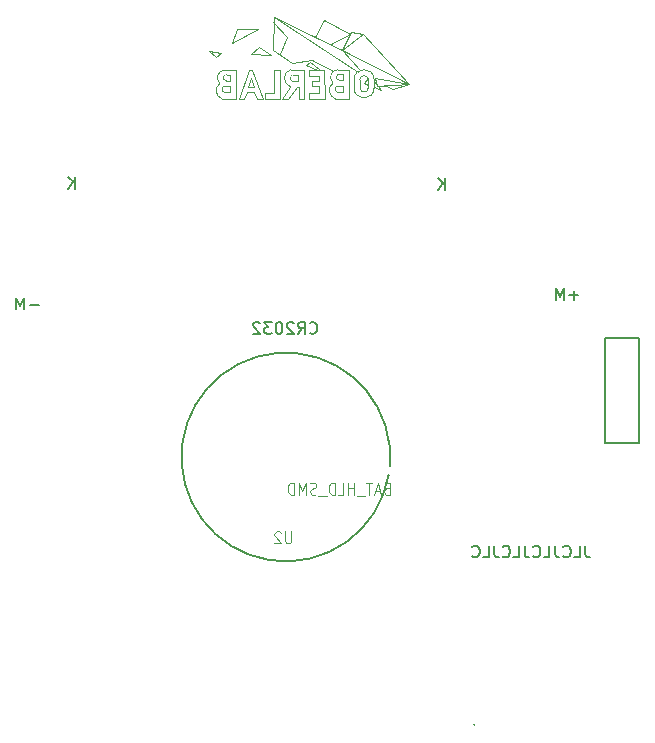
<source format=gbr>
%TF.GenerationSoftware,KiCad,Pcbnew,7.0.8*%
%TF.CreationDate,2024-07-01T13:11:13+02:00*%
%TF.ProjectId,PaperBot,50617065-7242-46f7-942e-6b696361645f,rev?*%
%TF.SameCoordinates,Original*%
%TF.FileFunction,Legend,Bot*%
%TF.FilePolarity,Positive*%
%FSLAX46Y46*%
G04 Gerber Fmt 4.6, Leading zero omitted, Abs format (unit mm)*
G04 Created by KiCad (PCBNEW 7.0.8) date 2024-07-01 13:11:13*
%MOMM*%
%LPD*%
G01*
G04 APERTURE LIST*
%ADD10C,0.150000*%
%ADD11C,0.050000*%
%ADD12C,0.120000*%
%ADD13C,0.010000*%
G04 APERTURE END LIST*
D10*
X136199999Y-83900000D02*
G75*
G03*
X136101831Y-84635617I-8799999J800000D01*
G01*
X154400000Y-73000000D02*
X157300000Y-73000000D01*
X157300000Y-81900000D01*
X154400000Y-81900000D01*
X154400000Y-73000000D01*
X140863220Y-60469819D02*
X140863220Y-59469819D01*
X140291792Y-60469819D02*
X140720363Y-59898390D01*
X140291792Y-59469819D02*
X140863220Y-60041247D01*
X152757506Y-90599819D02*
X152757506Y-91314104D01*
X152757506Y-91314104D02*
X152805125Y-91456961D01*
X152805125Y-91456961D02*
X152900363Y-91552200D01*
X152900363Y-91552200D02*
X153043220Y-91599819D01*
X153043220Y-91599819D02*
X153138458Y-91599819D01*
X151805125Y-91599819D02*
X152281315Y-91599819D01*
X152281315Y-91599819D02*
X152281315Y-90599819D01*
X150900363Y-91504580D02*
X150947982Y-91552200D01*
X150947982Y-91552200D02*
X151090839Y-91599819D01*
X151090839Y-91599819D02*
X151186077Y-91599819D01*
X151186077Y-91599819D02*
X151328934Y-91552200D01*
X151328934Y-91552200D02*
X151424172Y-91456961D01*
X151424172Y-91456961D02*
X151471791Y-91361723D01*
X151471791Y-91361723D02*
X151519410Y-91171247D01*
X151519410Y-91171247D02*
X151519410Y-91028390D01*
X151519410Y-91028390D02*
X151471791Y-90837914D01*
X151471791Y-90837914D02*
X151424172Y-90742676D01*
X151424172Y-90742676D02*
X151328934Y-90647438D01*
X151328934Y-90647438D02*
X151186077Y-90599819D01*
X151186077Y-90599819D02*
X151090839Y-90599819D01*
X151090839Y-90599819D02*
X150947982Y-90647438D01*
X150947982Y-90647438D02*
X150900363Y-90695057D01*
X150186077Y-90599819D02*
X150186077Y-91314104D01*
X150186077Y-91314104D02*
X150233696Y-91456961D01*
X150233696Y-91456961D02*
X150328934Y-91552200D01*
X150328934Y-91552200D02*
X150471791Y-91599819D01*
X150471791Y-91599819D02*
X150567029Y-91599819D01*
X149233696Y-91599819D02*
X149709886Y-91599819D01*
X149709886Y-91599819D02*
X149709886Y-90599819D01*
X148328934Y-91504580D02*
X148376553Y-91552200D01*
X148376553Y-91552200D02*
X148519410Y-91599819D01*
X148519410Y-91599819D02*
X148614648Y-91599819D01*
X148614648Y-91599819D02*
X148757505Y-91552200D01*
X148757505Y-91552200D02*
X148852743Y-91456961D01*
X148852743Y-91456961D02*
X148900362Y-91361723D01*
X148900362Y-91361723D02*
X148947981Y-91171247D01*
X148947981Y-91171247D02*
X148947981Y-91028390D01*
X148947981Y-91028390D02*
X148900362Y-90837914D01*
X148900362Y-90837914D02*
X148852743Y-90742676D01*
X148852743Y-90742676D02*
X148757505Y-90647438D01*
X148757505Y-90647438D02*
X148614648Y-90599819D01*
X148614648Y-90599819D02*
X148519410Y-90599819D01*
X148519410Y-90599819D02*
X148376553Y-90647438D01*
X148376553Y-90647438D02*
X148328934Y-90695057D01*
X147614648Y-90599819D02*
X147614648Y-91314104D01*
X147614648Y-91314104D02*
X147662267Y-91456961D01*
X147662267Y-91456961D02*
X147757505Y-91552200D01*
X147757505Y-91552200D02*
X147900362Y-91599819D01*
X147900362Y-91599819D02*
X147995600Y-91599819D01*
X146662267Y-91599819D02*
X147138457Y-91599819D01*
X147138457Y-91599819D02*
X147138457Y-90599819D01*
X145757505Y-91504580D02*
X145805124Y-91552200D01*
X145805124Y-91552200D02*
X145947981Y-91599819D01*
X145947981Y-91599819D02*
X146043219Y-91599819D01*
X146043219Y-91599819D02*
X146186076Y-91552200D01*
X146186076Y-91552200D02*
X146281314Y-91456961D01*
X146281314Y-91456961D02*
X146328933Y-91361723D01*
X146328933Y-91361723D02*
X146376552Y-91171247D01*
X146376552Y-91171247D02*
X146376552Y-91028390D01*
X146376552Y-91028390D02*
X146328933Y-90837914D01*
X146328933Y-90837914D02*
X146281314Y-90742676D01*
X146281314Y-90742676D02*
X146186076Y-90647438D01*
X146186076Y-90647438D02*
X146043219Y-90599819D01*
X146043219Y-90599819D02*
X145947981Y-90599819D01*
X145947981Y-90599819D02*
X145805124Y-90647438D01*
X145805124Y-90647438D02*
X145757505Y-90695057D01*
X145043219Y-90599819D02*
X145043219Y-91314104D01*
X145043219Y-91314104D02*
X145090838Y-91456961D01*
X145090838Y-91456961D02*
X145186076Y-91552200D01*
X145186076Y-91552200D02*
X145328933Y-91599819D01*
X145328933Y-91599819D02*
X145424171Y-91599819D01*
X144090838Y-91599819D02*
X144567028Y-91599819D01*
X144567028Y-91599819D02*
X144567028Y-90599819D01*
X143186076Y-91504580D02*
X143233695Y-91552200D01*
X143233695Y-91552200D02*
X143376552Y-91599819D01*
X143376552Y-91599819D02*
X143471790Y-91599819D01*
X143471790Y-91599819D02*
X143614647Y-91552200D01*
X143614647Y-91552200D02*
X143709885Y-91456961D01*
X143709885Y-91456961D02*
X143757504Y-91361723D01*
X143757504Y-91361723D02*
X143805123Y-91171247D01*
X143805123Y-91171247D02*
X143805123Y-91028390D01*
X143805123Y-91028390D02*
X143757504Y-90837914D01*
X143757504Y-90837914D02*
X143709885Y-90742676D01*
X143709885Y-90742676D02*
X143614647Y-90647438D01*
X143614647Y-90647438D02*
X143471790Y-90599819D01*
X143471790Y-90599819D02*
X143376552Y-90599819D01*
X143376552Y-90599819D02*
X143233695Y-90647438D01*
X143233695Y-90647438D02*
X143186076Y-90695057D01*
X129441792Y-72574580D02*
X129489411Y-72622200D01*
X129489411Y-72622200D02*
X129632268Y-72669819D01*
X129632268Y-72669819D02*
X129727506Y-72669819D01*
X129727506Y-72669819D02*
X129870363Y-72622200D01*
X129870363Y-72622200D02*
X129965601Y-72526961D01*
X129965601Y-72526961D02*
X130013220Y-72431723D01*
X130013220Y-72431723D02*
X130060839Y-72241247D01*
X130060839Y-72241247D02*
X130060839Y-72098390D01*
X130060839Y-72098390D02*
X130013220Y-71907914D01*
X130013220Y-71907914D02*
X129965601Y-71812676D01*
X129965601Y-71812676D02*
X129870363Y-71717438D01*
X129870363Y-71717438D02*
X129727506Y-71669819D01*
X129727506Y-71669819D02*
X129632268Y-71669819D01*
X129632268Y-71669819D02*
X129489411Y-71717438D01*
X129489411Y-71717438D02*
X129441792Y-71765057D01*
X128441792Y-72669819D02*
X128775125Y-72193628D01*
X129013220Y-72669819D02*
X129013220Y-71669819D01*
X129013220Y-71669819D02*
X128632268Y-71669819D01*
X128632268Y-71669819D02*
X128537030Y-71717438D01*
X128537030Y-71717438D02*
X128489411Y-71765057D01*
X128489411Y-71765057D02*
X128441792Y-71860295D01*
X128441792Y-71860295D02*
X128441792Y-72003152D01*
X128441792Y-72003152D02*
X128489411Y-72098390D01*
X128489411Y-72098390D02*
X128537030Y-72146009D01*
X128537030Y-72146009D02*
X128632268Y-72193628D01*
X128632268Y-72193628D02*
X129013220Y-72193628D01*
X128060839Y-71765057D02*
X128013220Y-71717438D01*
X128013220Y-71717438D02*
X127917982Y-71669819D01*
X127917982Y-71669819D02*
X127679887Y-71669819D01*
X127679887Y-71669819D02*
X127584649Y-71717438D01*
X127584649Y-71717438D02*
X127537030Y-71765057D01*
X127537030Y-71765057D02*
X127489411Y-71860295D01*
X127489411Y-71860295D02*
X127489411Y-71955533D01*
X127489411Y-71955533D02*
X127537030Y-72098390D01*
X127537030Y-72098390D02*
X128108458Y-72669819D01*
X128108458Y-72669819D02*
X127489411Y-72669819D01*
X126870363Y-71669819D02*
X126775125Y-71669819D01*
X126775125Y-71669819D02*
X126679887Y-71717438D01*
X126679887Y-71717438D02*
X126632268Y-71765057D01*
X126632268Y-71765057D02*
X126584649Y-71860295D01*
X126584649Y-71860295D02*
X126537030Y-72050771D01*
X126537030Y-72050771D02*
X126537030Y-72288866D01*
X126537030Y-72288866D02*
X126584649Y-72479342D01*
X126584649Y-72479342D02*
X126632268Y-72574580D01*
X126632268Y-72574580D02*
X126679887Y-72622200D01*
X126679887Y-72622200D02*
X126775125Y-72669819D01*
X126775125Y-72669819D02*
X126870363Y-72669819D01*
X126870363Y-72669819D02*
X126965601Y-72622200D01*
X126965601Y-72622200D02*
X127013220Y-72574580D01*
X127013220Y-72574580D02*
X127060839Y-72479342D01*
X127060839Y-72479342D02*
X127108458Y-72288866D01*
X127108458Y-72288866D02*
X127108458Y-72050771D01*
X127108458Y-72050771D02*
X127060839Y-71860295D01*
X127060839Y-71860295D02*
X127013220Y-71765057D01*
X127013220Y-71765057D02*
X126965601Y-71717438D01*
X126965601Y-71717438D02*
X126870363Y-71669819D01*
X126203696Y-71669819D02*
X125584649Y-71669819D01*
X125584649Y-71669819D02*
X125917982Y-72050771D01*
X125917982Y-72050771D02*
X125775125Y-72050771D01*
X125775125Y-72050771D02*
X125679887Y-72098390D01*
X125679887Y-72098390D02*
X125632268Y-72146009D01*
X125632268Y-72146009D02*
X125584649Y-72241247D01*
X125584649Y-72241247D02*
X125584649Y-72479342D01*
X125584649Y-72479342D02*
X125632268Y-72574580D01*
X125632268Y-72574580D02*
X125679887Y-72622200D01*
X125679887Y-72622200D02*
X125775125Y-72669819D01*
X125775125Y-72669819D02*
X126060839Y-72669819D01*
X126060839Y-72669819D02*
X126156077Y-72622200D01*
X126156077Y-72622200D02*
X126203696Y-72574580D01*
X125203696Y-71765057D02*
X125156077Y-71717438D01*
X125156077Y-71717438D02*
X125060839Y-71669819D01*
X125060839Y-71669819D02*
X124822744Y-71669819D01*
X124822744Y-71669819D02*
X124727506Y-71717438D01*
X124727506Y-71717438D02*
X124679887Y-71765057D01*
X124679887Y-71765057D02*
X124632268Y-71860295D01*
X124632268Y-71860295D02*
X124632268Y-71955533D01*
X124632268Y-71955533D02*
X124679887Y-72098390D01*
X124679887Y-72098390D02*
X125251315Y-72669819D01*
X125251315Y-72669819D02*
X124632268Y-72669819D01*
X109563220Y-60369819D02*
X109563220Y-59369819D01*
X108991792Y-60369819D02*
X109420363Y-59798390D01*
X108991792Y-59369819D02*
X109563220Y-59941247D01*
X150247619Y-69804819D02*
X150247619Y-68804819D01*
X150247619Y-68804819D02*
X150580952Y-69519104D01*
X150580952Y-69519104D02*
X150914285Y-68804819D01*
X150914285Y-68804819D02*
X150914285Y-69804819D01*
X151390476Y-69423866D02*
X152152381Y-69423866D01*
X151771428Y-69804819D02*
X151771428Y-69042914D01*
X104597619Y-70604819D02*
X104597619Y-69604819D01*
X104597619Y-69604819D02*
X104930952Y-70319104D01*
X104930952Y-70319104D02*
X105264285Y-69604819D01*
X105264285Y-69604819D02*
X105264285Y-70604819D01*
X105740476Y-70223866D02*
X106502381Y-70223866D01*
D11*
X127855714Y-89400019D02*
X127855714Y-90209542D01*
X127855714Y-90209542D02*
X127812857Y-90304780D01*
X127812857Y-90304780D02*
X127770000Y-90352400D01*
X127770000Y-90352400D02*
X127684285Y-90400019D01*
X127684285Y-90400019D02*
X127512857Y-90400019D01*
X127512857Y-90400019D02*
X127427142Y-90352400D01*
X127427142Y-90352400D02*
X127384285Y-90304780D01*
X127384285Y-90304780D02*
X127341428Y-90209542D01*
X127341428Y-90209542D02*
X127341428Y-89400019D01*
X126955714Y-89495257D02*
X126912857Y-89447638D01*
X126912857Y-89447638D02*
X126827143Y-89400019D01*
X126827143Y-89400019D02*
X126612857Y-89400019D01*
X126612857Y-89400019D02*
X126527143Y-89447638D01*
X126527143Y-89447638D02*
X126484285Y-89495257D01*
X126484285Y-89495257D02*
X126441428Y-89590495D01*
X126441428Y-89590495D02*
X126441428Y-89685733D01*
X126441428Y-89685733D02*
X126484285Y-89828590D01*
X126484285Y-89828590D02*
X126998571Y-90400019D01*
X126998571Y-90400019D02*
X126441428Y-90400019D01*
X135948570Y-85756209D02*
X135819998Y-85803828D01*
X135819998Y-85803828D02*
X135777141Y-85851447D01*
X135777141Y-85851447D02*
X135734284Y-85946685D01*
X135734284Y-85946685D02*
X135734284Y-86089542D01*
X135734284Y-86089542D02*
X135777141Y-86184780D01*
X135777141Y-86184780D02*
X135819998Y-86232400D01*
X135819998Y-86232400D02*
X135905713Y-86280019D01*
X135905713Y-86280019D02*
X136248570Y-86280019D01*
X136248570Y-86280019D02*
X136248570Y-85280019D01*
X136248570Y-85280019D02*
X135948570Y-85280019D01*
X135948570Y-85280019D02*
X135862856Y-85327638D01*
X135862856Y-85327638D02*
X135819998Y-85375257D01*
X135819998Y-85375257D02*
X135777141Y-85470495D01*
X135777141Y-85470495D02*
X135777141Y-85565733D01*
X135777141Y-85565733D02*
X135819998Y-85660971D01*
X135819998Y-85660971D02*
X135862856Y-85708590D01*
X135862856Y-85708590D02*
X135948570Y-85756209D01*
X135948570Y-85756209D02*
X136248570Y-85756209D01*
X135391427Y-85994304D02*
X134962856Y-85994304D01*
X135477141Y-86280019D02*
X135177141Y-85280019D01*
X135177141Y-85280019D02*
X134877141Y-86280019D01*
X134705712Y-85280019D02*
X134191427Y-85280019D01*
X134448569Y-86280019D02*
X134448569Y-85280019D01*
X134105713Y-86375257D02*
X133419998Y-86375257D01*
X133205713Y-86280019D02*
X133205713Y-85280019D01*
X133205713Y-85756209D02*
X132691427Y-85756209D01*
X132691427Y-86280019D02*
X132691427Y-85280019D01*
X131834284Y-86280019D02*
X132262856Y-86280019D01*
X132262856Y-86280019D02*
X132262856Y-85280019D01*
X131534285Y-86280019D02*
X131534285Y-85280019D01*
X131534285Y-85280019D02*
X131319999Y-85280019D01*
X131319999Y-85280019D02*
X131191428Y-85327638D01*
X131191428Y-85327638D02*
X131105713Y-85422876D01*
X131105713Y-85422876D02*
X131062856Y-85518114D01*
X131062856Y-85518114D02*
X131019999Y-85708590D01*
X131019999Y-85708590D02*
X131019999Y-85851447D01*
X131019999Y-85851447D02*
X131062856Y-86041923D01*
X131062856Y-86041923D02*
X131105713Y-86137161D01*
X131105713Y-86137161D02*
X131191428Y-86232400D01*
X131191428Y-86232400D02*
X131319999Y-86280019D01*
X131319999Y-86280019D02*
X131534285Y-86280019D01*
X130848571Y-86375257D02*
X130162856Y-86375257D01*
X129991428Y-86232400D02*
X129862857Y-86280019D01*
X129862857Y-86280019D02*
X129648571Y-86280019D01*
X129648571Y-86280019D02*
X129562857Y-86232400D01*
X129562857Y-86232400D02*
X129519999Y-86184780D01*
X129519999Y-86184780D02*
X129477142Y-86089542D01*
X129477142Y-86089542D02*
X129477142Y-85994304D01*
X129477142Y-85994304D02*
X129519999Y-85899066D01*
X129519999Y-85899066D02*
X129562857Y-85851447D01*
X129562857Y-85851447D02*
X129648571Y-85803828D01*
X129648571Y-85803828D02*
X129819999Y-85756209D01*
X129819999Y-85756209D02*
X129905714Y-85708590D01*
X129905714Y-85708590D02*
X129948571Y-85660971D01*
X129948571Y-85660971D02*
X129991428Y-85565733D01*
X129991428Y-85565733D02*
X129991428Y-85470495D01*
X129991428Y-85470495D02*
X129948571Y-85375257D01*
X129948571Y-85375257D02*
X129905714Y-85327638D01*
X129905714Y-85327638D02*
X129819999Y-85280019D01*
X129819999Y-85280019D02*
X129605714Y-85280019D01*
X129605714Y-85280019D02*
X129477142Y-85327638D01*
X129091428Y-86280019D02*
X129091428Y-85280019D01*
X129091428Y-85280019D02*
X128791428Y-85994304D01*
X128791428Y-85994304D02*
X128491428Y-85280019D01*
X128491428Y-85280019D02*
X128491428Y-86280019D01*
X128062857Y-86280019D02*
X128062857Y-85280019D01*
X128062857Y-85280019D02*
X127848571Y-85280019D01*
X127848571Y-85280019D02*
X127720000Y-85327638D01*
X127720000Y-85327638D02*
X127634285Y-85422876D01*
X127634285Y-85422876D02*
X127591428Y-85518114D01*
X127591428Y-85518114D02*
X127548571Y-85708590D01*
X127548571Y-85708590D02*
X127548571Y-85851447D01*
X127548571Y-85851447D02*
X127591428Y-86041923D01*
X127591428Y-86041923D02*
X127634285Y-86137161D01*
X127634285Y-86137161D02*
X127720000Y-86232400D01*
X127720000Y-86232400D02*
X127848571Y-86280019D01*
X127848571Y-86280019D02*
X128062857Y-86280019D01*
%TO.C,G\u002A\u002A\u002A*%
X120925000Y-48750000D02*
X121500000Y-49225000D01*
X121500000Y-49225000D02*
X121925000Y-48900000D01*
X121925000Y-48900000D02*
X120925000Y-48750000D01*
D12*
X122250000Y-50338605D02*
X123150000Y-50325000D01*
X122649999Y-51720050D02*
X122249999Y-51720050D01*
X122650000Y-50725000D02*
X122400000Y-50725000D01*
X122650000Y-50775000D02*
X122650000Y-51225000D01*
X122650000Y-51225000D02*
X122350000Y-51225000D01*
X122650000Y-51725000D02*
X122650000Y-52225000D01*
X122650000Y-52225000D02*
X122200000Y-52225000D01*
D11*
X122875000Y-48025000D02*
X123225000Y-46850000D01*
D12*
X123150000Y-50325000D02*
X123200000Y-52775000D01*
X123200000Y-52775000D02*
X122000000Y-52775000D01*
D11*
X123225000Y-46850000D02*
X125025000Y-46900000D01*
D12*
X123475000Y-52775000D02*
X124250000Y-50325000D01*
X123875000Y-52775000D02*
X123475000Y-52775000D01*
X124125000Y-52175000D02*
X123875000Y-52775000D01*
X124200000Y-51775000D02*
X124425000Y-51025000D01*
X124250000Y-50325000D02*
X124575000Y-50325000D01*
X124425000Y-51025000D02*
X124700000Y-51775000D01*
D11*
X124450000Y-48950000D02*
X126125000Y-49050000D01*
D12*
X124575000Y-50325000D02*
X125475000Y-52775000D01*
X124700000Y-51775000D02*
X124200000Y-51775000D01*
X124725000Y-52175000D02*
X124125000Y-52175000D01*
X124975000Y-52775000D02*
X124725000Y-52175000D01*
X124975000Y-52775000D02*
X125475000Y-52775000D01*
D11*
X125025000Y-46900000D02*
X122875000Y-48025000D01*
X125150000Y-48375000D02*
X124450000Y-48950000D01*
D12*
X125650000Y-52300000D02*
X125650000Y-52750000D01*
X125650000Y-52750000D02*
X126900000Y-52750000D01*
D11*
X126150000Y-49050000D02*
X125150000Y-48375000D01*
X126300000Y-48600000D02*
X127925000Y-49725000D01*
X126350000Y-46275000D02*
X127475000Y-47500000D01*
X126375000Y-45875000D02*
X126300000Y-48600000D01*
D12*
X126400000Y-52300000D02*
X125650000Y-52300000D01*
X126425000Y-50300000D02*
X126400000Y-52300000D01*
X126875000Y-50300000D02*
X126425000Y-50300000D01*
X126900000Y-52750000D02*
X126875000Y-50300000D01*
X127075000Y-52750000D02*
X127775000Y-51800000D01*
X127175000Y-52750000D02*
X127075000Y-52750000D01*
D11*
X127475000Y-47500000D02*
X126900000Y-49000000D01*
D12*
X127575000Y-52750000D02*
X127175000Y-52750000D01*
X127816269Y-50294594D02*
X128925000Y-50300000D01*
D11*
X127925000Y-49725000D02*
X129600000Y-49500000D01*
D12*
X127975000Y-50750000D02*
X128425000Y-50750000D01*
X128325000Y-51800000D02*
X127575000Y-52750000D01*
X128425000Y-50750000D02*
X128425000Y-51300000D01*
X128425000Y-51300000D02*
X127925000Y-51300000D01*
X128475000Y-51800000D02*
X128325000Y-51800000D01*
X128475000Y-52750000D02*
X128475000Y-51800000D01*
X128925000Y-50300000D02*
X128925000Y-52750000D01*
X128925000Y-52750000D02*
X128475000Y-52750000D01*
D11*
X129075000Y-49950000D02*
X130050000Y-50300000D01*
D12*
X129375000Y-50300000D02*
X130675000Y-50300000D01*
X129375000Y-50800000D02*
X129375000Y-50300000D01*
X129375000Y-52250000D02*
X130225000Y-52250000D01*
X129375000Y-52750000D02*
X129375000Y-52250000D01*
D11*
X129475000Y-49675000D02*
X129075000Y-49950000D01*
D12*
X129575000Y-51250000D02*
X130225000Y-51250000D01*
X129575000Y-51700000D02*
X129575000Y-51250000D01*
D11*
X129600000Y-49500000D02*
X131425000Y-50400000D01*
X129850000Y-47500000D02*
X126375000Y-45875000D01*
X129850000Y-47500000D02*
X132175000Y-48650000D01*
D12*
X130225000Y-50800000D02*
X129375000Y-50800000D01*
X130225000Y-51250000D02*
X130225000Y-50800000D01*
X130225000Y-51700000D02*
X129575000Y-51700000D01*
X130225000Y-52250000D02*
X130225000Y-51700000D01*
D11*
X130250000Y-50275000D02*
X129475000Y-49675000D01*
X130600000Y-46075000D02*
X129850000Y-47500000D01*
X130600000Y-46075000D02*
X132800000Y-47250000D01*
D12*
X130625000Y-52750000D02*
X129375000Y-52750000D01*
X130675000Y-50300000D02*
X130725000Y-52750000D01*
X130725000Y-52750000D02*
X130625000Y-52750000D01*
X131825000Y-50313605D02*
X132725000Y-50300000D01*
D11*
X132175000Y-48650000D02*
X133650000Y-50375000D01*
X132175000Y-48650000D02*
X137825000Y-51500000D01*
D12*
X132224999Y-51695050D02*
X131824999Y-51695050D01*
X132225000Y-50700000D02*
X131975000Y-50700000D01*
X132225000Y-50750000D02*
X132225000Y-51200000D01*
X132225000Y-51200000D02*
X131925000Y-51200000D01*
X132225000Y-51700000D02*
X132225000Y-52200000D01*
X132225000Y-52200000D02*
X131775000Y-52200000D01*
X132725000Y-50300000D02*
X132775000Y-52750000D01*
X132775000Y-52750000D02*
X131575000Y-52750000D01*
D11*
X132800000Y-47250000D02*
X131225000Y-48150000D01*
X132900000Y-47075000D02*
X132175000Y-48650000D01*
D12*
X133175000Y-51150000D02*
X133175000Y-51850000D01*
D11*
X133475000Y-50475000D02*
X126375000Y-45875000D01*
D12*
X133675000Y-51150000D02*
X133675000Y-51800000D01*
D11*
X133925000Y-47325000D02*
X132175000Y-48650000D01*
X133925000Y-47325000D02*
X132900000Y-47075000D01*
X134000000Y-51400000D02*
X134375000Y-51575000D01*
X134325000Y-51000000D02*
X134000000Y-51400000D01*
D12*
X134375000Y-51150000D02*
X134375000Y-51850000D01*
D11*
X134875000Y-51750000D02*
X135425000Y-52025000D01*
D12*
X134875000Y-51850000D02*
X134875000Y-51150000D01*
D11*
X134925000Y-51025000D02*
X135150000Y-51650000D01*
X135150000Y-51650000D02*
X137825000Y-51500000D01*
X135425000Y-52025000D02*
X134850000Y-51225000D01*
X136500000Y-51975000D02*
X135675000Y-51625000D01*
X137825000Y-51500000D02*
X133925000Y-47325000D01*
X137825000Y-51500000D02*
X134925000Y-51025000D01*
X137825000Y-51500000D02*
X136500000Y-51975000D01*
D12*
X122250000Y-50338606D02*
G75*
G03*
X121800001Y-51424999I0J-636394D01*
G01*
X121823744Y-51466064D02*
G75*
G03*
X122000001Y-52774998I426255J-608936D01*
G01*
X122249999Y-51720051D02*
G75*
G03*
X122200001Y-52224998I1J-254949D01*
G01*
X122410634Y-50732464D02*
G75*
G03*
X122350000Y-51225000I-60634J-242536D01*
G01*
X127816269Y-50294595D02*
G75*
G03*
X127800001Y-51749998I233731J-730405D01*
G01*
X127925001Y-50750002D02*
G75*
G03*
X127925001Y-51299998I124999J-274998D01*
G01*
X131825000Y-50313606D02*
G75*
G03*
X131375001Y-51399999I0J-636394D01*
G01*
X131398744Y-51441064D02*
G75*
G03*
X131575001Y-52749998I426255J-608936D01*
G01*
X131824999Y-51695051D02*
G75*
G03*
X131775001Y-52199998I1J-254949D01*
G01*
X131985634Y-50707464D02*
G75*
G03*
X131925000Y-51200000I-60634J-242536D01*
G01*
X134875000Y-51150000D02*
G75*
G03*
X133175000Y-51150000I-850000J0D01*
G01*
X134375000Y-51150000D02*
G75*
G03*
X133675000Y-51150000I-350000J0D01*
G01*
X133675000Y-51850000D02*
G75*
G03*
X134375000Y-51850000I350000J0D01*
G01*
X133175000Y-51850000D02*
G75*
G03*
X134875000Y-51850000I850000J0D01*
G01*
D13*
X143372361Y-105745226D02*
X143308542Y-105809045D01*
X143244723Y-105745226D01*
X143308542Y-105681407D01*
X143372361Y-105745226D01*
G36*
X143372361Y-105745226D02*
G01*
X143308542Y-105809045D01*
X143244723Y-105745226D01*
X143308542Y-105681407D01*
X143372361Y-105745226D01*
G37*
%TD*%
M02*

</source>
